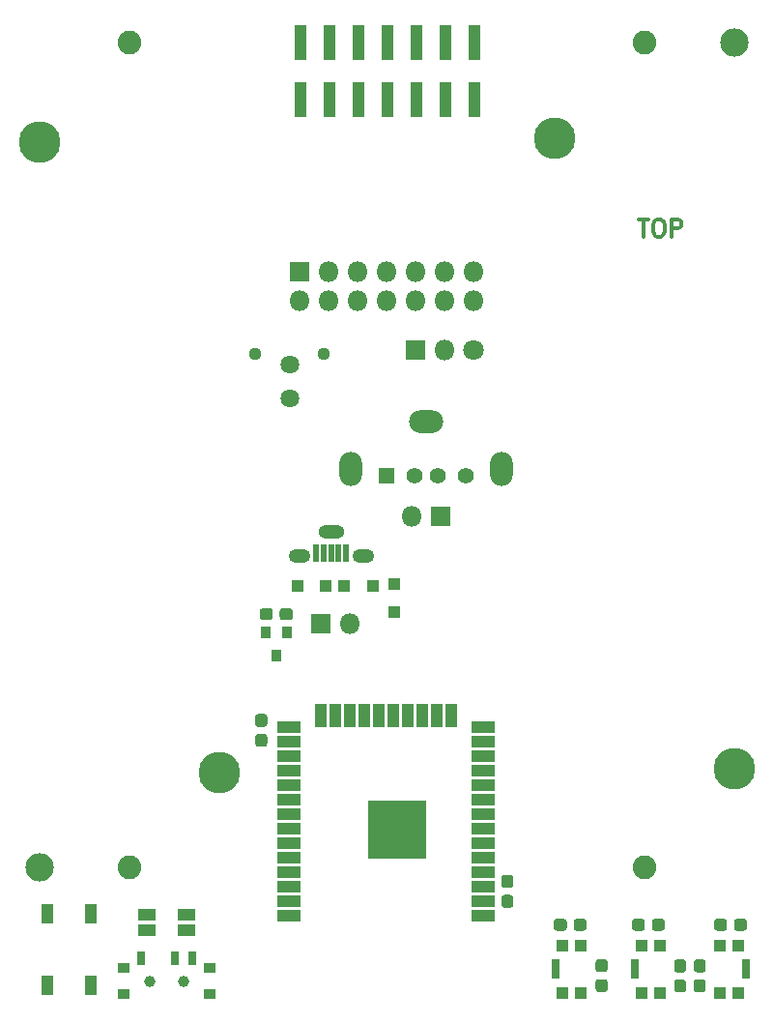
<source format=gbr>
%TF.GenerationSoftware,KiCad,Pcbnew,(5.1.6)-1*%
%TF.CreationDate,2022-10-11T16:22:54+02:00*%
%TF.ProjectId,ZumoComSystem,5a756d6f-436f-46d5-9379-7374656d2e6b,V1.2*%
%TF.SameCoordinates,Original*%
%TF.FileFunction,Soldermask,Top*%
%TF.FilePolarity,Negative*%
%FSLAX46Y46*%
G04 Gerber Fmt 4.6, Leading zero omitted, Abs format (unit mm)*
G04 Created by KiCad (PCBNEW (5.1.6)-1) date 2022-10-11 16:22:54*
%MOMM*%
%LPD*%
G01*
G04 APERTURE LIST*
%ADD10C,0.300000*%
%ADD11C,1.000000*%
%ADD12R,0.800000X1.200000*%
%ADD13R,1.100000X0.900000*%
%ADD14C,1.800000*%
%ADD15O,1.800000X1.800000*%
%ADD16R,1.800000X1.800000*%
%ADD17R,1.600000X1.100000*%
%ADD18R,1.100000X1.000000*%
%ADD19R,0.650000X1.800000*%
%ADD20O,3.000000X2.000000*%
%ADD21O,2.000000X3.000000*%
%ADD22C,1.400000*%
%ADD23R,1.400000X1.400000*%
%ADD24R,2.100000X1.000000*%
%ADD25R,1.000000X2.100000*%
%ADD26R,5.100000X5.100000*%
%ADD27O,2.300000X1.200000*%
%ADD28O,1.900000X1.200000*%
%ADD29R,0.550000X1.600000*%
%ADD30R,1.100000X1.800000*%
%ADD31C,2.490000*%
%ADD32C,3.650000*%
%ADD33C,2.080000*%
%ADD34R,1.100000X1.100000*%
%ADD35R,1.100000X3.100000*%
%ADD36R,0.900000X1.000000*%
%ADD37C,1.630000*%
%ADD38C,1.120000*%
G04 APERTURE END LIST*
D10*
X169035714Y-75928571D02*
X169892857Y-75928571D01*
X169464285Y-77428571D02*
X169464285Y-75928571D01*
X170678571Y-75928571D02*
X170964285Y-75928571D01*
X171107142Y-76000000D01*
X171250000Y-76142857D01*
X171321428Y-76428571D01*
X171321428Y-76928571D01*
X171250000Y-77214285D01*
X171107142Y-77357142D01*
X170964285Y-77428571D01*
X170678571Y-77428571D01*
X170535714Y-77357142D01*
X170392857Y-77214285D01*
X170321428Y-76928571D01*
X170321428Y-76428571D01*
X170392857Y-76142857D01*
X170535714Y-76000000D01*
X170678571Y-75928571D01*
X171964285Y-77428571D02*
X171964285Y-75928571D01*
X172535714Y-75928571D01*
X172678571Y-76000000D01*
X172750000Y-76071428D01*
X172821428Y-76214285D01*
X172821428Y-76428571D01*
X172750000Y-76571428D01*
X172678571Y-76642857D01*
X172535714Y-76714285D01*
X171964285Y-76714285D01*
D11*
%TO.C,SW1*%
X126175000Y-142650000D03*
X129175000Y-142650000D03*
D12*
X125425000Y-140600000D03*
X128425000Y-140600000D03*
X129925000Y-140600000D03*
D13*
X123925000Y-141500000D03*
X123925000Y-143800000D03*
X131425000Y-141500000D03*
X131425000Y-143800000D03*
%TD*%
D14*
%TO.C,JP1*%
X154565000Y-87400000D03*
D15*
X152025000Y-87400000D03*
D16*
X149485000Y-87400000D03*
%TD*%
%TO.C,TP2*%
X141200000Y-111300000D03*
D15*
X143740000Y-111300000D03*
%TD*%
D16*
%TO.C,TP1*%
X151700000Y-101900000D03*
D15*
X149160000Y-101900000D03*
%TD*%
D17*
%TO.C,D11*%
X129425000Y-138200000D03*
X129425000Y-136800000D03*
X125925000Y-138200000D03*
X125925000Y-136800000D03*
%TD*%
D18*
%TO.C,SW5*%
X177800000Y-139550000D03*
X176200000Y-139550000D03*
X176200000Y-143650000D03*
X177800000Y-143650000D03*
D19*
X178425000Y-141600000D03*
%TD*%
D18*
%TO.C,SW4*%
X169300000Y-143650000D03*
X170900000Y-143650000D03*
X170900000Y-139550000D03*
X169300000Y-139550000D03*
D19*
X168675000Y-141600000D03*
%TD*%
%TO.C,SW3*%
X161775000Y-141600000D03*
D18*
X162400000Y-139550000D03*
X164000000Y-139550000D03*
X164000000Y-143650000D03*
X162400000Y-143650000D03*
%TD*%
D20*
%TO.C,J1*%
X150425000Y-93620000D03*
D21*
X156995000Y-97800000D03*
X143855000Y-97800000D03*
D22*
X153925000Y-98400000D03*
X151425000Y-98400000D03*
X149425000Y-98400000D03*
D23*
X146925000Y-98400000D03*
%TD*%
D16*
%TO.C,J5*%
X139335000Y-80485000D03*
D15*
X139335000Y-83025000D03*
X141875000Y-80485000D03*
X141875000Y-83025000D03*
X144415000Y-80485000D03*
X144415000Y-83025000D03*
X146955000Y-80485000D03*
X146955000Y-83025000D03*
X149495000Y-80485000D03*
X149495000Y-83025000D03*
X152035000Y-80485000D03*
X152035000Y-83025000D03*
X154575000Y-80485000D03*
X154575000Y-83025000D03*
%TD*%
D24*
%TO.C,U6*%
X138425000Y-136905000D03*
X138425000Y-135635000D03*
X138425000Y-134365000D03*
X138425000Y-133095000D03*
X138425000Y-131825000D03*
X138425000Y-130555000D03*
X138425000Y-129285000D03*
X138425000Y-128015000D03*
X138425000Y-126745000D03*
X138425000Y-125475000D03*
X138425000Y-124205000D03*
X138425000Y-122935000D03*
X138425000Y-121665000D03*
X138425000Y-120395000D03*
D25*
X141210000Y-119395000D03*
X142480000Y-119395000D03*
X143750000Y-119395000D03*
X145020000Y-119395000D03*
X146290000Y-119395000D03*
X147560000Y-119395000D03*
X148830000Y-119395000D03*
X150100000Y-119395000D03*
X151370000Y-119395000D03*
X152640000Y-119395000D03*
D24*
X155425000Y-120395000D03*
X155425000Y-121665000D03*
X155425000Y-122935000D03*
X155425000Y-124205000D03*
X155425000Y-125475000D03*
X155425000Y-126745000D03*
X155425000Y-128015000D03*
X155425000Y-129285000D03*
X155425000Y-130555000D03*
X155425000Y-131825000D03*
X155425000Y-133095000D03*
X155425000Y-134365000D03*
X155425000Y-135635000D03*
X155425000Y-136905000D03*
D26*
X147925000Y-129405000D03*
%TD*%
D27*
%TO.C,J3*%
X142100000Y-103275000D03*
D28*
X139300000Y-105425000D03*
X144900000Y-105425000D03*
D29*
X143400000Y-105175000D03*
X140800000Y-105175000D03*
X142750000Y-105175000D03*
X141450000Y-105175000D03*
X142100000Y-105175000D03*
%TD*%
%TO.C,D10*%
G36*
G01*
X178550000Y-137437500D02*
X178550000Y-137962500D01*
G75*
G02*
X178287500Y-138225000I-262500J0D01*
G01*
X177662500Y-138225000D01*
G75*
G02*
X177400000Y-137962500I0J262500D01*
G01*
X177400000Y-137437500D01*
G75*
G02*
X177662500Y-137175000I262500J0D01*
G01*
X178287500Y-137175000D01*
G75*
G02*
X178550000Y-137437500I0J-262500D01*
G01*
G37*
G36*
G01*
X176800000Y-137437500D02*
X176800000Y-137962500D01*
G75*
G02*
X176537500Y-138225000I-262500J0D01*
G01*
X175912500Y-138225000D01*
G75*
G02*
X175650000Y-137962500I0J262500D01*
G01*
X175650000Y-137437500D01*
G75*
G02*
X175912500Y-137175000I262500J0D01*
G01*
X176537500Y-137175000D01*
G75*
G02*
X176800000Y-137437500I0J-262500D01*
G01*
G37*
%TD*%
%TO.C,D8*%
G36*
G01*
X162750000Y-137437500D02*
X162750000Y-137962500D01*
G75*
G02*
X162487500Y-138225000I-262500J0D01*
G01*
X161862500Y-138225000D01*
G75*
G02*
X161600000Y-137962500I0J262500D01*
G01*
X161600000Y-137437500D01*
G75*
G02*
X161862500Y-137175000I262500J0D01*
G01*
X162487500Y-137175000D01*
G75*
G02*
X162750000Y-137437500I0J-262500D01*
G01*
G37*
G36*
G01*
X164500000Y-137437500D02*
X164500000Y-137962500D01*
G75*
G02*
X164237500Y-138225000I-262500J0D01*
G01*
X163612500Y-138225000D01*
G75*
G02*
X163350000Y-137962500I0J262500D01*
G01*
X163350000Y-137437500D01*
G75*
G02*
X163612500Y-137175000I262500J0D01*
G01*
X164237500Y-137175000D01*
G75*
G02*
X164500000Y-137437500I0J-262500D01*
G01*
G37*
%TD*%
%TO.C,D9*%
G36*
G01*
X171350000Y-137437500D02*
X171350000Y-137962500D01*
G75*
G02*
X171087500Y-138225000I-262500J0D01*
G01*
X170462500Y-138225000D01*
G75*
G02*
X170200000Y-137962500I0J262500D01*
G01*
X170200000Y-137437500D01*
G75*
G02*
X170462500Y-137175000I262500J0D01*
G01*
X171087500Y-137175000D01*
G75*
G02*
X171350000Y-137437500I0J-262500D01*
G01*
G37*
G36*
G01*
X169600000Y-137437500D02*
X169600000Y-137962500D01*
G75*
G02*
X169337500Y-138225000I-262500J0D01*
G01*
X168712500Y-138225000D01*
G75*
G02*
X168450000Y-137962500I0J262500D01*
G01*
X168450000Y-137437500D01*
G75*
G02*
X168712500Y-137175000I262500J0D01*
G01*
X169337500Y-137175000D01*
G75*
G02*
X169600000Y-137437500I0J-262500D01*
G01*
G37*
%TD*%
D30*
%TO.C,SW2*%
X121050000Y-136725000D03*
X121050000Y-143025000D03*
X117250000Y-136725000D03*
X117250000Y-143025000D03*
%TD*%
D31*
%TO.C,BT1*%
X116530000Y-132710000D03*
D32*
X116530000Y-69130000D03*
X132270000Y-124330000D03*
D33*
X124400000Y-60490000D03*
X124400000Y-132710000D03*
%TD*%
%TO.C,R15*%
G36*
G01*
X157812500Y-136225000D02*
X157287500Y-136225000D01*
G75*
G02*
X157025000Y-135962500I0J262500D01*
G01*
X157025000Y-135337500D01*
G75*
G02*
X157287500Y-135075000I262500J0D01*
G01*
X157812500Y-135075000D01*
G75*
G02*
X158075000Y-135337500I0J-262500D01*
G01*
X158075000Y-135962500D01*
G75*
G02*
X157812500Y-136225000I-262500J0D01*
G01*
G37*
G36*
G01*
X157812500Y-134475000D02*
X157287500Y-134475000D01*
G75*
G02*
X157025000Y-134212500I0J262500D01*
G01*
X157025000Y-133587500D01*
G75*
G02*
X157287500Y-133325000I262500J0D01*
G01*
X157812500Y-133325000D01*
G75*
G02*
X158075000Y-133587500I0J-262500D01*
G01*
X158075000Y-134212500D01*
G75*
G02*
X157812500Y-134475000I-262500J0D01*
G01*
G37*
%TD*%
%TO.C,R17*%
G36*
G01*
X135712500Y-119225000D02*
X136237500Y-119225000D01*
G75*
G02*
X136500000Y-119487500I0J-262500D01*
G01*
X136500000Y-120112500D01*
G75*
G02*
X136237500Y-120375000I-262500J0D01*
G01*
X135712500Y-120375000D01*
G75*
G02*
X135450000Y-120112500I0J262500D01*
G01*
X135450000Y-119487500D01*
G75*
G02*
X135712500Y-119225000I262500J0D01*
G01*
G37*
G36*
G01*
X135712500Y-120975000D02*
X136237500Y-120975000D01*
G75*
G02*
X136500000Y-121237500I0J-262500D01*
G01*
X136500000Y-121862500D01*
G75*
G02*
X136237500Y-122125000I-262500J0D01*
G01*
X135712500Y-122125000D01*
G75*
G02*
X135450000Y-121862500I0J262500D01*
G01*
X135450000Y-121237500D01*
G75*
G02*
X135712500Y-120975000I262500J0D01*
G01*
G37*
%TD*%
D34*
%TO.C,D4*%
X147600000Y-107850000D03*
X147600000Y-110350000D03*
%TD*%
D35*
%TO.C,J7*%
X154620000Y-65470000D03*
X154620000Y-60430000D03*
X152080000Y-65470000D03*
X152080000Y-60430000D03*
X149540000Y-65470000D03*
X149540000Y-60430000D03*
X147000000Y-65470000D03*
X147000000Y-60430000D03*
X144460000Y-65470000D03*
X144460000Y-60430000D03*
X141920000Y-65470000D03*
X141920000Y-60430000D03*
X139380000Y-65470000D03*
X139380000Y-60430000D03*
%TD*%
D34*
%TO.C,D5*%
X141650000Y-108000000D03*
X139150000Y-108000000D03*
%TD*%
%TO.C,D6*%
X143250000Y-108000000D03*
X145750000Y-108000000D03*
%TD*%
%TO.C,R12*%
G36*
G01*
X137000000Y-110237500D02*
X137000000Y-110762500D01*
G75*
G02*
X136737500Y-111025000I-262500J0D01*
G01*
X136112500Y-111025000D01*
G75*
G02*
X135850000Y-110762500I0J262500D01*
G01*
X135850000Y-110237500D01*
G75*
G02*
X136112500Y-109975000I262500J0D01*
G01*
X136737500Y-109975000D01*
G75*
G02*
X137000000Y-110237500I0J-262500D01*
G01*
G37*
G36*
G01*
X138750000Y-110237500D02*
X138750000Y-110762500D01*
G75*
G02*
X138487500Y-111025000I-262500J0D01*
G01*
X137862500Y-111025000D01*
G75*
G02*
X137600000Y-110762500I0J262500D01*
G01*
X137600000Y-110237500D01*
G75*
G02*
X137862500Y-109975000I262500J0D01*
G01*
X138487500Y-109975000D01*
G75*
G02*
X138750000Y-110237500I0J-262500D01*
G01*
G37*
%TD*%
D36*
%TO.C,Q5*%
X137300000Y-114100000D03*
X136350000Y-112100000D03*
X138250000Y-112100000D03*
%TD*%
D37*
%TO.C,J2*%
X138460000Y-91610000D03*
X138460000Y-88610000D03*
D38*
X135460000Y-87670000D03*
X141460000Y-87670000D03*
%TD*%
%TO.C,C16*%
G36*
G01*
X165537500Y-140700000D02*
X166062500Y-140700000D01*
G75*
G02*
X166325000Y-140962500I0J-262500D01*
G01*
X166325000Y-141587500D01*
G75*
G02*
X166062500Y-141850000I-262500J0D01*
G01*
X165537500Y-141850000D01*
G75*
G02*
X165275000Y-141587500I0J262500D01*
G01*
X165275000Y-140962500D01*
G75*
G02*
X165537500Y-140700000I262500J0D01*
G01*
G37*
G36*
G01*
X165537500Y-142450000D02*
X166062500Y-142450000D01*
G75*
G02*
X166325000Y-142712500I0J-262500D01*
G01*
X166325000Y-143337500D01*
G75*
G02*
X166062500Y-143600000I-262500J0D01*
G01*
X165537500Y-143600000D01*
G75*
G02*
X165275000Y-143337500I0J262500D01*
G01*
X165275000Y-142712500D01*
G75*
G02*
X165537500Y-142450000I262500J0D01*
G01*
G37*
%TD*%
%TO.C,C17*%
G36*
G01*
X172417500Y-140730000D02*
X172942500Y-140730000D01*
G75*
G02*
X173205000Y-140992500I0J-262500D01*
G01*
X173205000Y-141617500D01*
G75*
G02*
X172942500Y-141880000I-262500J0D01*
G01*
X172417500Y-141880000D01*
G75*
G02*
X172155000Y-141617500I0J262500D01*
G01*
X172155000Y-140992500D01*
G75*
G02*
X172417500Y-140730000I262500J0D01*
G01*
G37*
G36*
G01*
X172417500Y-142480000D02*
X172942500Y-142480000D01*
G75*
G02*
X173205000Y-142742500I0J-262500D01*
G01*
X173205000Y-143367500D01*
G75*
G02*
X172942500Y-143630000I-262500J0D01*
G01*
X172417500Y-143630000D01*
G75*
G02*
X172155000Y-143367500I0J262500D01*
G01*
X172155000Y-142742500D01*
G75*
G02*
X172417500Y-142480000I262500J0D01*
G01*
G37*
%TD*%
%TO.C,C18*%
G36*
G01*
X174137500Y-140720000D02*
X174662500Y-140720000D01*
G75*
G02*
X174925000Y-140982500I0J-262500D01*
G01*
X174925000Y-141607500D01*
G75*
G02*
X174662500Y-141870000I-262500J0D01*
G01*
X174137500Y-141870000D01*
G75*
G02*
X173875000Y-141607500I0J262500D01*
G01*
X173875000Y-140982500D01*
G75*
G02*
X174137500Y-140720000I262500J0D01*
G01*
G37*
G36*
G01*
X174137500Y-142470000D02*
X174662500Y-142470000D01*
G75*
G02*
X174925000Y-142732500I0J-262500D01*
G01*
X174925000Y-143357500D01*
G75*
G02*
X174662500Y-143620000I-262500J0D01*
G01*
X174137500Y-143620000D01*
G75*
G02*
X173875000Y-143357500I0J262500D01*
G01*
X173875000Y-142732500D01*
G75*
G02*
X174137500Y-142470000I262500J0D01*
G01*
G37*
%TD*%
D31*
%TO.C,BT2*%
X177470000Y-60490000D03*
D32*
X177470000Y-124070000D03*
X161730000Y-68870000D03*
D33*
X169600000Y-132710000D03*
X169600000Y-60490000D03*
%TD*%
M02*

</source>
